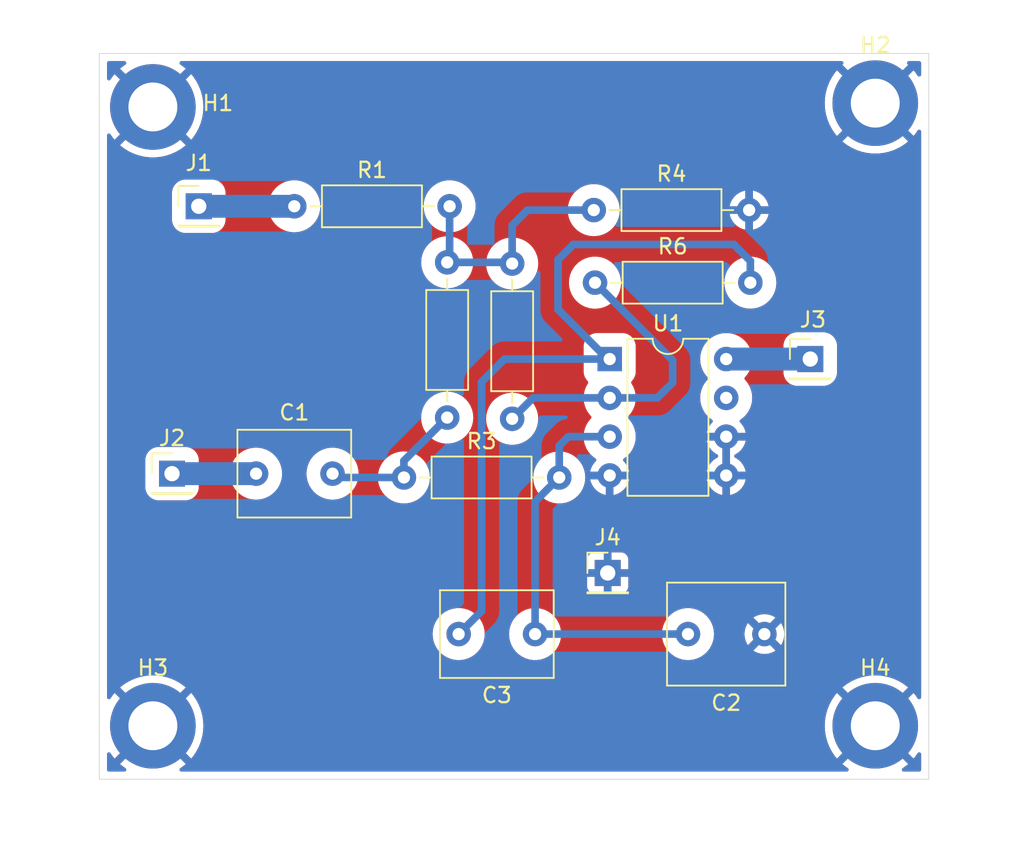
<source format=kicad_pcb>
(kicad_pcb (version 20240108) (generator "pcbnew") (generator_version "8.0")
  (layers (0 "F.Cu" signal) (31 "B.Cu" signal) (34 "B.Paste" user) (35 "F.Paste" user) (36 "B.SilkS" user "B.Silkscreen") (37 "F.SilkS" user "F.Silkscreen") (38 "B.Mask" user) (39 "F.Mask" user) (44 "Edge.Cuts" user))
  (net 0 "")
  (net 1 "GND")
  (net 2 "Net-(J1-Pin_1)")
  (net 3 "Net-(J2-Pin_1)")
  (net 4 "Net-(R1-Pad2)")
  (net 5 "Net-(C1-Pad2)")
  (net 6 "Net-(U1A--)")
  (net 7 "Net-(U1A-+)")
  (net 8 "Net-(C3-Pad2)")
  (net 9 "Net-(J3-Pin_1)")
  (footprint "Resistor_THT:R_Axial_DIN0207_L6.3mm_D2.5mm_P10.16mm_Horizontal" (layer "F.Cu") (at 115 88.41 90)
    (property "Reference" "R5" (hide yes))
    (property "Value" "10 K")
    (fp_line (start 8.35 -1.37) (end 1.81 -1.37) (stroke (width 0.12)) (layer "F.SilkS"))
    (fp_line (start 1.81 -1.37) (end 1.81 1.37) (stroke (width 0.12)) (layer "F.SilkS"))
    (fp_line (start 9.12 0) (end 8.35 0) (stroke (width 0.12)) (layer "F.SilkS"))
    (fp_line (start 1.04 0) (end 1.81 0) (stroke (width 0.12)) (layer "F.SilkS"))
    (fp_line (start 8.35 1.37) (end 8.35 -1.37) (stroke (width 0.12)) (layer "F.SilkS"))
    (fp_line (start 1.81 1.37) (end 8.35 1.37) (stroke (width 0.12)) (layer "F.SilkS"))
    (pad "1" thru_hole circle (at 0 0 90) (size 1.6 1.6) (drill 0.8) (layers "*.Cu" "*.Mask") (net 6 "Net-(U1A--)"))
    (pad "2" thru_hole oval (at 10.16 0 90) (size 1.6 1.6) (drill 0.8) (layers "*.Cu" "*.Mask") (net 4 "Net-(R1-Pad2)"))
  )
  (footprint "Connector_PinHeader_2.54mm:PinHeader_1x01_P2.54mm_Vertical" (layer "F.Cu") (at 134.5 84.5)
    (property "Reference" "J3" (at 0.17 -2.58 0) (layer "F.SilkS"))
    (property "Value" "Conn_01x01_Pin")
    (fp_line (start -1.33 -1.33) (end 0 -1.33) (stroke (width 0.12)) (layer "F.SilkS"))
    (fp_line (start -1.33 0) (end -1.33 -1.33) (stroke (width 0.12)) (layer "F.SilkS"))
    (fp_line (start -1.33 1.27) (end -1.33 1.33) (stroke (width 0.12)) (layer "F.SilkS"))
    (fp_line (start -1.33 1.27) (end 1.33 1.27) (stroke (width 0.12)) (layer "F.SilkS"))
    (fp_line (start -1.33 1.33) (end 1.33 1.33) (stroke (width 0.12)) (layer "F.SilkS"))
    (fp_line (start 1.33 1.27) (end 1.33 1.33) (stroke (width 0.12)) (layer "F.SilkS"))
    (pad "1" thru_hole rect (at 0 0) (size 1.7 1.7) (drill 1) (layers "*.Cu" "*.Mask") (net 9 "Net-(J3-Pin_1)"))
  )
  (footprint "Capacitor_THT:C_Rect_L7.2mm_W5.5mm_P5.00mm_FKS2_FKP2_MKS2_MKP2" (layer "F.Cu") (at 98.25 92)
    (property "Reference" "C1" (at 2.5 -4 0) (layer "F.SilkS"))
    (property "Value" "1.5 uF")
    (fp_line (start -1.22 -2.87) (end -1.22 2.87) (stroke (width 0.12)) (layer "F.SilkS"))
    (fp_line (start -1.22 -2.87) (end 6.22 -2.87) (stroke (width 0.12)) (layer "F.SilkS"))
    (fp_line (start -1.22 2.87) (end 6.22 2.87) (stroke (width 0.12)) (layer "F.SilkS"))
    (fp_line (start 6.22 -2.87) (end 6.22 2.87) (stroke (width 0.12)) (layer "F.SilkS"))
    (pad "1" thru_hole circle (at 0 0) (size 1.6 1.6) (drill 0.8) (layers "*.Cu" "*.Mask") (net 3 "Net-(J2-Pin_1)"))
    (pad "2" thru_hole circle (at 5 0) (size 1.6 1.6) (drill 0.8) (layers "*.Cu" "*.Mask") (net 5 "Net-(C1-Pad2)"))
  )
  (footprint "MountingHole:MountingHole_3.2mm_M3_DIN965_Pad_TopBottom" (layer "F.Cu") (at 91.5 68)
    (property "Reference" "H1" (at 4.25 -0.25 0) (layer "F.SilkS"))
    (property "Value" "MountingHole_Pad")
    (pad "1" thru_hole circle (at 0 0) (size 3.6 3.6) (drill 3.2) (layers "*.Cu" "*.Mask") (net 1 "GND"))
    (pad "1" connect circle (at 0 0) (size 5.6 5.6) (layers "F.Cu" "F.Mask") (net 1 "GND"))
    (pad "1" connect circle (at 0 0) (size 5.6 5.6) (layers "B.Cu" "B.Mask") (net 1 "GND"))
  )
  (footprint "Resistor_THT:R_Axial_DIN0207_L6.3mm_D2.5mm_P10.16mm_Horizontal" (layer "F.Cu") (at 100.75 74.5)
    (property "Reference" "R1" (at 5.08 -2.37 0) (layer "F.SilkS"))
    (property "Value" "1 K")
    (fp_line (start 1.04 0) (end 1.81 0) (stroke (width 0.12)) (layer "F.SilkS"))
    (fp_line (start 1.81 -1.37) (end 1.81 1.37) (stroke (width 0.12)) (layer "F.SilkS"))
    (fp_line (start 1.81 1.37) (end 8.35 1.37) (stroke (width 0.12)) (layer "F.SilkS"))
    (fp_line (start 8.35 -1.37) (end 1.81 -1.37) (stroke (width 0.12)) (layer "F.SilkS"))
    (fp_line (start 8.35 1.37) (end 8.35 -1.37) (stroke (width 0.12)) (layer "F.SilkS"))
    (fp_line (start 9.12 0) (end 8.35 0) (stroke (width 0.12)) (layer "F.SilkS"))
    (pad "1" thru_hole circle (at 0 0) (size 1.6 1.6) (drill 0.8) (layers "*.Cu" "*.Mask") (net 2 "Net-(J1-Pin_1)"))
    (pad "2" thru_hole oval (at 10.16 0) (size 1.6 1.6) (drill 0.8) (layers "*.Cu" "*.Mask") (net 4 "Net-(R1-Pad2)"))
  )
  (footprint "Resistor_THT:R_Axial_DIN0207_L6.3mm_D2.5mm_P10.16mm_Horizontal" (layer "F.Cu") (at 120.42 79.5)
    (property "Reference" "R6" (at 5.08 -2.37 0) (layer "F.SilkS"))
    (property "Value" "10 K")
    (fp_line (start 1.04 0) (end 1.81 0) (stroke (width 0.12)) (layer "F.SilkS"))
    (fp_line (start 1.81 -1.37) (end 1.81 1.37) (stroke (width 0.12)) (layer "F.SilkS"))
    (fp_line (start 1.81 1.37) (end 8.35 1.37) (stroke (width 0.12)) (layer "F.SilkS"))
    (fp_line (start 8.35 -1.37) (end 1.81 -1.37) (stroke (width 0.12)) (layer "F.SilkS"))
    (fp_line (start 8.35 1.37) (end 8.35 -1.37) (stroke (width 0.12)) (layer "F.SilkS"))
    (fp_line (start 9.12 0) (end 8.35 0) (stroke (width 0.12)) (layer "F.SilkS"))
    (pad "1" thru_hole circle (at 0 0) (size 1.6 1.6) (drill 0.8) (layers "*.Cu" "*.Mask") (net 6 "Net-(U1A--)"))
    (pad "2" thru_hole oval (at 10.16 0) (size 1.6 1.6) (drill 0.8) (layers "*.Cu" "*.Mask") (net 8 "Net-(C3-Pad2)"))
  )
  (footprint "MountingHole:MountingHole_3.2mm_M3_DIN965_Pad_TopBottom" (layer "F.Cu") (at 91.5 108.5)
    (property "Reference" "H3" (at 0 -3.8 0) (layer "F.SilkS"))
    (property "Value" "MountingHole_Pad")
    (pad "1" thru_hole circle (at 0 0) (size 3.6 3.6) (drill 3.2) (layers "*.Cu" "*.Mask") (net 1 "GND"))
    (pad "1" connect circle (at 0 0) (size 5.6 5.6) (layers "F.Cu" "F.Mask") (net 1 "GND"))
    (pad "1" connect circle (at 0 0) (size 5.6 5.6) (layers "B.Cu" "B.Mask") (net 1 "GND"))
  )
  (footprint "MountingHole:MountingHole_3.2mm_M3_DIN965_Pad_TopBottom" (layer "F.Cu") (at 138.75 67.75)
    (property "Reference" "H2" (at 0 -3.8 0) (layer "F.SilkS"))
    (property "Value" "MountingHole_Pad")
    (pad "1" thru_hole circle (at 0 0) (size 3.6 3.6) (drill 3.2) (layers "*.Cu" "*.Mask") (net 1 "GND"))
    (pad "1" connect circle (at 0 0) (size 5.6 5.6) (layers "F.Cu" "F.Mask") (net 1 "GND"))
    (pad "1" connect circle (at 0 0) (size 5.6 5.6) (layers "B.Cu" "B.Mask") (net 1 "GND"))
  )
  (footprint "Resistor_THT:R_Axial_DIN0207_L6.3mm_D2.5mm_P10.16mm_Horizontal" (layer "F.Cu") (at 107.92 92.25)
    (property "Reference" "R3" (at 5.08 -2.37 0) (layer "F.SilkS"))
    (property "Value" "20 K")
    (fp_line (start 1.04 0) (end 1.81 0) (stroke (width 0.12)) (layer "F.SilkS"))
    (fp_line (start 1.81 -1.37) (end 1.81 1.37) (stroke (width 0.12)) (layer "F.SilkS"))
    (fp_line (start 1.81 1.37) (end 8.35 1.37) (stroke (width 0.12)) (layer "F.SilkS"))
    (fp_line (start 8.35 -1.37) (end 1.81 -1.37) (stroke (width 0.12)) (layer "F.SilkS"))
    (fp_line (start 8.35 1.37) (end 8.35 -1.37) (stroke (width 0.12)) (layer "F.SilkS"))
    (fp_line (start 9.12 0) (end 8.35 0) (stroke (width 0.12)) (layer "F.SilkS"))
    (pad "1" thru_hole circle (at 0 0) (size 1.6 1.6) (drill 0.8) (layers "*.Cu" "*.Mask") (net 5 "Net-(C1-Pad2)"))
    (pad "2" thru_hole oval (at 10.16 0) (size 1.6 1.6) (drill 0.8) (layers "*.Cu" "*.Mask") (net 7 "Net-(U1A-+)"))
  )
  (footprint "Connector_PinHeader_2.54mm:PinHeader_1x01_P2.54mm_Vertical" (layer "F.Cu") (at 94.5 74.5)
    (property "Reference" "J1" (at 0 -2.83 0) (layer "F.SilkS"))
    (property "Value" "Conn_01x01_Pin")
    (fp_line (start -1.33 -1.33) (end 0 -1.33) (stroke (width 0.12)) (layer "F.SilkS"))
    (fp_line (start -1.33 0) (end -1.33 -1.33) (stroke (width 0.12)) (layer "F.SilkS"))
    (fp_line (start -1.33 1.27) (end -1.33 1.33) (stroke (width 0.12)) (layer "F.SilkS"))
    (fp_line (start -1.33 1.27) (end 1.33 1.27) (stroke (width 0.12)) (layer "F.SilkS"))
    (fp_line (start -1.33 1.33) (end 1.33 1.33) (stroke (width 0.12)) (layer "F.SilkS"))
    (fp_line (start 1.33 1.27) (end 1.33 1.33) (stroke (width 0.12)) (layer "F.SilkS"))
    (pad "1" thru_hole rect (at 0 0) (size 1.7 1.7) (drill 1) (layers "*.Cu" "*.Mask") (net 2 "Net-(J1-Pin_1)"))
  )
  (footprint "Package_DIP:DIP-8_W7.62mm" (layer "F.Cu") (at 121.38 84.5)
    (property "Reference" "U1" (at 3.81 -2.33 0) (layer "F.SilkS"))
    (property "Value" "LM358")
    (fp_line (start 1.16 -1.33) (end 1.16 8.95) (stroke (width 0.12)) (layer "F.SilkS"))
    (fp_line (start 1.16 8.95) (end 6.46 8.95) (stroke (width 0.12)) (layer "F.SilkS"))
    (fp_line (start 2.81 -1.33) (end 1.16 -1.33) (stroke (width 0.12)) (layer "F.SilkS"))
    (fp_line (start 6.46 -1.33) (end 4.81 -1.33) (stroke (width 0.12)) (layer "F.SilkS"))
    (fp_line (start 6.46 8.95) (end 6.46 -1.33) (stroke (width 0.12)) (layer "F.SilkS"))
    (fp_arc (start 4.81 -1.33) (mid 3.81 -0.33) (end 2.81 -1.33) (stroke (width 0.12)) (layer "F.SilkS"))
    (pad "1" thru_hole rect (at 0 0) (size 1.6 1.6) (drill 0.8) (layers "*.Cu" "*.Mask") (net 8 "Net-(C3-Pad2)"))
    (pad "2" thru_hole oval (at 0 2.54) (size 1.6 1.6) (drill 0.8) (layers "*.Cu" "*.Mask") (net 6 "Net-(U1A--)"))
    (pad "3" thru_hole oval (at 0 5.08) (size 1.6 1.6) (drill 0.8) (layers "*.Cu" "*.Mask") (net 7 "Net-(U1A-+)"))
    (pad "4" thru_hole oval (at 0 7.62) (size 1.6 1.6) (drill 0.8) (layers "*.Cu" "*.Mask") (net 1 "GND"))
    (pad "5" thru_hole oval (at 7.62 7.62) (size 1.6 1.6) (drill 0.8) (layers "*.Cu" "*.Mask") (net 1 "GND"))
    (pad "6" thru_hole oval (at 7.62 5.08) (size 1.6 1.6) (drill 0.8) (layers "*.Cu" "*.Mask") (net 1 "GND"))
    (pad "7" thru_hole oval (at 7.62 2.54) (size 1.6 1.6) (drill 0.8) (layers "*.Cu" "*.Mask"))
    (pad "8" thru_hole oval (at 7.62 0) (size 1.6 1.6) (drill 0.8) (layers "*.Cu" "*.Mask") (net 9 "Net-(J3-Pin_1)"))
  )
  (footprint "Resistor_THT:R_Axial_DIN0207_L6.3mm_D2.5mm_P10.16mm_Horizontal" (layer "F.Cu") (at 120.34 74.75)
    (property "Reference" "R4" (at 5.08 -2.37 0) (layer "F.SilkS"))
    (property "Value" "1 K")
    (fp_line (start 1.04 0) (end 1.81 0) (stroke (width 0.12)) (layer "F.SilkS"))
    (fp_line (start 1.81 -1.37) (end 1.81 1.37) (stroke (width 0.12)) (layer "F.SilkS"))
    (fp_line (start 1.81 1.37) (end 8.35 1.37) (stroke (width 0.12)) (layer "F.SilkS"))
    (fp_line (start 8.35 -1.37) (end 1.81 -1.37) (stroke (width 0.12)) (layer "F.SilkS"))
    (fp_line (start 8.35 1.37) (end 8.35 -1.37) (stroke (width 0.12)) (layer "F.SilkS"))
    (fp_line (start 9.12 0) (end 8.35 0) (stroke (width 0.12)) (layer "F.SilkS"))
    (pad "1" thru_hole circle (at 0 0) (size 1.6 1.6) (drill 0.8) (layers "*.Cu" "*.Mask") (net 4 "Net-(R1-Pad2)"))
    (pad "2" thru_hole oval (at 10.16 0) (size 1.6 1.6) (drill 0.8) (layers "*.Cu" "*.Mask") (net 1 "GND"))
  )
  (footprint "Capacitor_THT:C_Rect_L7.2mm_W5.5mm_P5.00mm_FKS2_FKP2_MKS2_MKP2" (layer "F.Cu") (at 116.5 102.5 180)
    (property "Reference" "C3" (at 2.5 -4 0) (layer "F.SilkS"))
    (property "Value" "10 nF")
    (fp_line (start 6.22 -2.87) (end 6.22 2.87) (stroke (width 0.12)) (layer "F.SilkS"))
    (fp_line (start -1.22 2.87) (end 6.22 2.87) (stroke (width 0.12)) (layer "F.SilkS"))
    (fp_line (start -1.22 -2.87) (end 6.22 -2.87) (stroke (width 0.12)) (layer "F.SilkS"))
    (fp_line (start -1.22 -2.87) (end -1.22 2.87) (stroke (width 0.12)) (layer "F.SilkS"))
    (pad "1" thru_hole circle (at 0 0 180) (size 1.6 1.6) (drill 0.8) (layers "*.Cu" "*.Mask") (net 7 "Net-(U1A-+)"))
    (pad "2" thru_hole circle (at 5 0 180) (size 1.6 1.6) (drill 0.8) (layers "*.Cu" "*.Mask") (net 8 "Net-(C3-Pad2)"))
  )
  (footprint "Connector_PinHeader_2.54mm:PinHeader_1x01_P2.54mm_Vertical" (layer "F.Cu") (at 92.75 92)
    (property "Reference" "J2" (at 0 -2.33 0) (layer "F.SilkS"))
    (property "Value" "Conn_01x01_Pin")
    (fp_line (start -1.33 -1.33) (end 0 -1.33) (stroke (width 0.12)) (layer "F.SilkS"))
    (fp_line (start -1.33 0) (end -1.33 -1.33) (stroke (width 0.12)) (layer "F.SilkS"))
    (fp_line (start -1.33 1.27) (end -1.33 1.33) (stroke (width 0.12)) (layer "F.SilkS"))
    (fp_line (start -1.33 1.27) (end 1.33 1.27) (stroke (width 0.12)) (layer "F.SilkS"))
    (fp_line (start -1.33 1.33) (end 1.33 1.33) (stroke (width 0.12)) (layer "F.SilkS"))
    (fp_line (start 1.33 1.27) (end 1.33 1.33) (stroke (width 0.12)) (layer "F.SilkS"))
    (pad "1" thru_hole rect (at 0 0) (size 1.7 1.7) (drill 1) (layers "*.Cu" "*.Mask") (net 3 "Net-(J2-Pin_1)"))
  )
  (footprint "Capacitor_THT:C_Rect_L7.5mm_W6.5mm_P5.00mm" (layer "F.Cu") (at 131.5 102.5 180)
    (property "Reference" "C2" (at 2.5 -4.5 0) (layer "F.SilkS"))
    (property "Value" "22 nF")
    (fp_line (start 6.37 -3.37) (end 6.37 3.37) (stroke (width 0.12)) (layer "F.SilkS"))
    (fp_line (start -1.37 3.37) (end 6.37 3.37) (stroke (width 0.12)) (layer "F.SilkS"))
    (fp_line (start -1.37 -3.37) (end 6.37 -3.37) (stroke (width 0.12)) (layer "F.SilkS"))
    (fp_line (start -1.37 -3.37) (end -1.37 3.37) (stroke (width 0.12)) (layer "F.SilkS"))
    (pad "1" thru_hole circle (at 0 0 180) (size 1.6 1.6) (drill 0.8) (layers "*.Cu" "*.Mask") (net 1 "GND"))
    (pad "2" thru_hole circle (at 5 0 180) (size 1.6 1.6) (drill 0.8) (layers "*.Cu" "*.Mask") (net 7 "Net-(U1A-+)"))
  )
  (footprint "MountingHole:MountingHole_3.2mm_M3_DIN965_Pad_TopBottom" (layer "F.Cu") (at 138.75 108.5)
    (property "Reference" "H4" (at 0 -3.8 0) (layer "F.SilkS"))
    (property "Value" "MountingHole_Pad")
    (pad "1" thru_hole circle (at 0 0) (size 3.6 3.6) (drill 3.2) (layers "*.Cu" "*.Mask") (net 1 "GND"))
    (pad "1" connect circle (at 0 0) (size 5.6 5.6) (layers "F.Cu" "F.Mask") (net 1 "GND"))
    (pad "1" connect circle (at 0 0) (size 5.6 5.6) (layers "B.Cu" "B.Mask") (net 1 "GND"))
  )
  (footprint "Resistor_THT:R_Axial_DIN0207_L6.3mm_D2.5mm_P10.16mm_Horizontal" (layer "F.Cu") (at 110.75 78.17 -90)
    (property "Reference" "R2" (hide yes))
    (property "Value" "51.1 K")
    (fp_line (start 1.81 1.37) (end 8.35 1.37) (stroke (width 0.12)) (layer "F.SilkS"))
    (fp_line (start 8.35 1.37) (end 8.35 -1.37) (stroke (width 0.12)) (layer "F.SilkS"))
    (fp_line (start 1.04 0) (end 1.81 0) (stroke (width 0.12)) (layer "F.SilkS"))
    (fp_line (start 9.12 0) (end 8.35 0) (stroke (width 0.12)) (layer "F.SilkS"))
    (fp_line (start 1.81 -1.37) (end 1.81 1.37) (stroke (width 0.12)) (layer "F.SilkS"))
    (fp_line (start 8.35 -1.37) (end 1.81 -1.37) (stroke (width 0.12)) (layer "F.SilkS"))
    (pad "1" thru_hole circle (at 0 0 270) (size 1.6 1.6) (drill 0.8) (layers "*.Cu" "*.Mask") (net 4 "Net-(R1-Pad2)"))
    (pad "2" thru_hole oval (at 10.16 0 270) (size 1.6 1.6) (drill 0.8) (layers "*.Cu" "*.Mask") (net 5 "Net-(C1-Pad2)"))
  )
  (footprint "Connector_PinHeader_2.54mm:PinHeader_1x01_P2.54mm_Vertical" (layer "F.Cu") (at 121.25 98.5)
    (property "Reference" "J4" (at 0 -2.33 0) (layer "F.SilkS"))
    (property "Value" "Conn_01x01_Pin")
    (fp_line (start -1.33 -1.33) (end 0 -1.33) (stroke (width 0.12)) (layer "F.SilkS"))
    (fp_line (start -1.33 0) (end -1.33 -1.33) (stroke (width 0.12)) (layer "F.SilkS"))
    (fp_line (start -1.33 1.27) (end -1.33 1.33) (stroke (width 0.12)) (layer "F.SilkS"))
    (fp_line (start -1.33 1.27) (end 1.33 1.27) (stroke (width 0.12)) (layer "F.SilkS"))
    (fp_line (start -1.33 1.33) (end 1.33 1.33) (stroke (width 0.12)) (layer "F.SilkS"))
    (fp_line (start 1.33 1.27) (end 1.33 1.33) (stroke (width 0.12)) (layer "F.SilkS"))
    (pad "1" thru_hole rect (at 0 0) (size 1.7 1.7) (drill 1) (layers "*.Cu" "*.Mask") (net 1 "GND"))
  )
  (gr_rect (start 88 64.5) (end 142.25 112) (stroke (width 0.05)) (fill none) (layer "Edge.Cuts"))
  (segment (start 94.5 74.5) (end 100.75 74.5) (width 1.5) (layer "B.Cu") (net 2))
  (segment (start 98.25 92) (end 92.75 92) (width 1.5) (layer "B.Cu") (net 3))
  (segment (start 110.91 74.5) (end 110.91 78.01) (width 0.5) (layer "B.Cu") (net 4))
  (segment (start 110.75 78.17) (end 114.92 78.17) (width 0.5) (layer "B.Cu") (net 4))
  (segment (start 114.92 78.17) (end 115 78.25) (width 0.5) (layer "B.Cu") (net 4))
  (segment (start 120.34 74.75) (end 116 74.75) (width 0.5) (layer "B.Cu") (net 4))
  (segment (start 115 75.75) (end 115 78.25) (width 0.5) (layer "B.Cu") (net 4))
  (segment (start 120.25 74.75) (end 120 74.5) (width 0.5) (layer "B.Cu") (net 4))
  (segment (start 116 74.75) (end 115 75.75) (width 0.5) (layer "B.Cu") (net 4))
  (segment (start 110.91 78.01) (end 110.75 78.17) (width 0.5) (layer "B.Cu") (net 4))
  (segment (start 120.34 74.75) (end 120.25 74.75) (width 0.5) (layer "B.Cu") (net 4))
  (segment (start 110.75 88.33) (end 107.92 91.16) (width 0.5) (layer "B.Cu") (net 5))
  (segment (start 107.92 92.25) (end 103.5 92.25) (width 0.5) (layer "B.Cu") (net 5))
  (segment (start 103.5 92.25) (end 103.25 92) (width 0.5) (layer "B.Cu") (net 5))
  (segment (start 107.92 91.16) (end 107.92 92.25) (width 0.5) (layer "B.Cu") (net 5))
  (segment (start 125.5 86.04) (end 124.5 87.04) (width 0.5) (layer "B.Cu") (net 6))
  (segment (start 124.5 87.04) (end 121.38 87.04) (width 0.5) (layer "B.Cu") (net 6))
  (segment (start 125.5 84.58) (end 125.5 86.04) (width 0.5) (layer "B.Cu") (net 6))
  (segment (start 120.42 79.5) (end 125.5 84.58) (width 0.5) (layer "B.Cu") (net 6))
  (segment (start 121.38 87.04) (end 116.37 87.04) (width 0.5) (layer "B.Cu") (net 6))
  (segment (start 116.37 87.04) (end 115 88.41) (width 0.5) (layer "B.Cu") (net 6))
  (segment (start 116.5 93.83) (end 118.08 92.25) (width 0.5) (layer "B.Cu") (net 7))
  (segment (start 126.5 102.5) (end 116.5 102.5) (width 0.5) (layer "B.Cu") (net 7))
  (segment (start 116.5 102.5) (end 116.5 93.83) (width 0.5) (layer "B.Cu") (net 7))
  (segment (start 118.67 89.58) (end 121.38 89.58) (width 0.5) (layer "B.Cu") (net 7))
  (segment (start 118.08 90.17) (end 118.67 89.58) (width 0.5) (layer "B.Cu") (net 7))
  (segment (start 118.08 92.25) (end 118.08 90.17) (width 0.5) (layer "B.Cu") (net 7))
  (segment (start 121.38 84.5) (end 114.5 84.5) (width 0.5) (layer "B.Cu") (net 8))
  (segment (start 118 81.25) (end 121.25 84.5) (width 0.5) (layer "B.Cu") (net 8))
  (segment (start 118 78) (end 118 81.25) (width 0.5) (layer "B.Cu") (net 8))
  (segment (start 121.25 84.5) (end 121.38 84.5) (width 0.5) (layer "B.Cu") (net 8))
  (segment (start 129.5 77) (end 119 77) (width 0.5) (layer "B.Cu") (net 8))
  (segment (start 113 86) (end 113 101) (width 0.5) (layer "B.Cu") (net 8))
  (segment (start 113 101) (end 111.5 102.5) (width 0.5) (layer "B.Cu") (net 8))
  (segment (start 130.58 78.08) (end 129.5 77) (width 0.5) (layer "B.Cu") (net 8))
  (segment (start 114.5 84.5) (end 113 86) (width 0.5) (layer "B.Cu") (net 8))
  (segment (start 119 77) (end 118 78) (width 0.5) (layer "B.Cu") (net 8))
  (segment (start 130.58 79.5) (end 130.58 78.08) (width 0.5) (layer "B.Cu") (net 8))
  (segment (start 134.25 84.5) (end 134.5 84.75) (width 0.5) (layer "B.Cu") (net 9))
  (segment (start 134.5 84.5) (end 129 84.5) (width 1.5) (layer "B.Cu") (net 9))
  (zone (net 1) (net_name "GND") (layers "F&B.Cu") (connect_pads (clearance 0.5)) (min_thickness 0.25) (fill yes (thermal_gap 0.5) (thermal_bridge_width 0.5))
    (polygon (pts (xy 148.5 61) (xy 148 117.25) (xy 81.5 116.25) (xy 82.25 61)))
  )
)
</source>
